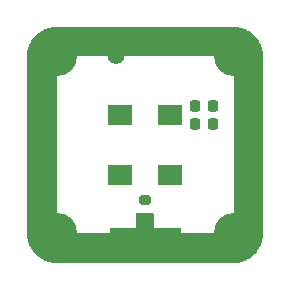
<source format=gbr>
%TF.GenerationSoftware,KiCad,Pcbnew,6.0.9+dfsg-1~bpo11+1*%
%TF.CreationDate,2022-11-28T20:30:37+01:00*%
%TF.ProjectId,018-crystal-oscillator,3031382d-6372-4797-9374-616c2d6f7363,1*%
%TF.SameCoordinates,Original*%
%TF.FileFunction,Soldermask,Top*%
%TF.FilePolarity,Negative*%
%FSLAX46Y46*%
G04 Gerber Fmt 4.6, Leading zero omitted, Abs format (unit mm)*
G04 Created by KiCad (PCBNEW 6.0.9+dfsg-1~bpo11+1) date 2022-11-28 20:30:37*
%MOMM*%
%LPD*%
G01*
G04 APERTURE LIST*
G04 Aperture macros list*
%AMRoundRect*
0 Rectangle with rounded corners*
0 $1 Rounding radius*
0 $2 $3 $4 $5 $6 $7 $8 $9 X,Y pos of 4 corners*
0 Add a 4 corners polygon primitive as box body*
4,1,4,$2,$3,$4,$5,$6,$7,$8,$9,$2,$3,0*
0 Add four circle primitives for the rounded corners*
1,1,$1+$1,$2,$3*
1,1,$1+$1,$4,$5*
1,1,$1+$1,$6,$7*
1,1,$1+$1,$8,$9*
0 Add four rect primitives between the rounded corners*
20,1,$1+$1,$2,$3,$4,$5,0*
20,1,$1+$1,$4,$5,$6,$7,0*
20,1,$1+$1,$6,$7,$8,$9,0*
20,1,$1+$1,$8,$9,$2,$3,0*%
G04 Aperture macros list end*
%ADD10RoundRect,0.200000X-0.275000X0.200000X-0.275000X-0.200000X0.275000X-0.200000X0.275000X0.200000X0*%
%ADD11RoundRect,0.225000X-0.225000X-0.250000X0.225000X-0.250000X0.225000X0.250000X-0.225000X0.250000X0*%
%ADD12R,2.000000X1.800000*%
%ADD13C,3.400000*%
%ADD14C,1.400000*%
G04 APERTURE END LIST*
%TO.C,J1*%
G36*
X163000000Y-95000000D02*
G01*
X157000000Y-95000000D01*
X157000000Y-92000000D01*
X163000000Y-92000000D01*
X163000000Y-95000000D01*
G37*
%TD*%
D10*
%TO.C,R1*%
X159994600Y-89700600D03*
X159994600Y-91350600D03*
%TD*%
D11*
%TO.C,C1*%
X164223400Y-83261200D03*
X165773400Y-83261200D03*
%TD*%
D12*
%TO.C,X1*%
X157900000Y-82460000D03*
X157900000Y-87540000D03*
X162100000Y-87540000D03*
X162100000Y-82460000D03*
%TD*%
D11*
%TO.C,C2*%
X164223400Y-81737200D03*
X165773400Y-81737200D03*
%TD*%
D13*
%TO.C,H1*%
X152500000Y-77500000D03*
%TD*%
%TO.C,H2*%
X152500000Y-92500000D03*
%TD*%
%TO.C,H4*%
X167500000Y-77500000D03*
%TD*%
D14*
%TO.C,J4*%
X157500000Y-77500000D03*
%TD*%
D13*
%TO.C,H3*%
X167500000Y-92500000D03*
%TD*%
G36*
X152442121Y-92266002D02*
G01*
X152488614Y-92319658D01*
X152500000Y-92372000D01*
X152500000Y-92481885D01*
X152504475Y-92497124D01*
X152505865Y-92498329D01*
X152513548Y-92500000D01*
X167481885Y-92500000D01*
X167497124Y-92495525D01*
X167498329Y-92494135D01*
X167500000Y-92486452D01*
X167500000Y-92372000D01*
X167520002Y-92303879D01*
X167573658Y-92257386D01*
X167626000Y-92246000D01*
X169874000Y-92246000D01*
X169942121Y-92266002D01*
X169988614Y-92319658D01*
X170000000Y-92372000D01*
X170000000Y-92495878D01*
X169999730Y-92504119D01*
X169979152Y-92818073D01*
X169977001Y-92834413D01*
X169916426Y-93138950D01*
X169912160Y-93154871D01*
X169812354Y-93448888D01*
X169806047Y-93464114D01*
X169668717Y-93742592D01*
X169660476Y-93756866D01*
X169487973Y-94015034D01*
X169477940Y-94028109D01*
X169273212Y-94261557D01*
X169261557Y-94273212D01*
X169028109Y-94477940D01*
X169015034Y-94487973D01*
X168756866Y-94660476D01*
X168742592Y-94668717D01*
X168464114Y-94806047D01*
X168448888Y-94812354D01*
X168154871Y-94912160D01*
X168138950Y-94916426D01*
X167834413Y-94977001D01*
X167818073Y-94979152D01*
X167504119Y-94999730D01*
X167495878Y-95000000D01*
X152504122Y-95000000D01*
X152495881Y-94999730D01*
X152181927Y-94979152D01*
X152165587Y-94977001D01*
X151861050Y-94916426D01*
X151845129Y-94912160D01*
X151551112Y-94812354D01*
X151535886Y-94806047D01*
X151257408Y-94668717D01*
X151243134Y-94660476D01*
X150984966Y-94487973D01*
X150971891Y-94477940D01*
X150738443Y-94273212D01*
X150726788Y-94261557D01*
X150522060Y-94028109D01*
X150512027Y-94015034D01*
X150339524Y-93756866D01*
X150331283Y-93742592D01*
X150193953Y-93464114D01*
X150187646Y-93448888D01*
X150087840Y-93154871D01*
X150083574Y-93138950D01*
X150022999Y-92834413D01*
X150020848Y-92818073D01*
X150000270Y-92504119D01*
X150000000Y-92495878D01*
X150000000Y-92372000D01*
X150020002Y-92303879D01*
X150073658Y-92257386D01*
X150126000Y-92246000D01*
X152374000Y-92246000D01*
X152442121Y-92266002D01*
G37*
G36*
X167504119Y-75000270D02*
G01*
X167818073Y-75020848D01*
X167834413Y-75022999D01*
X168138950Y-75083574D01*
X168154871Y-75087840D01*
X168448888Y-75187646D01*
X168464114Y-75193953D01*
X168742592Y-75331283D01*
X168756866Y-75339524D01*
X169015034Y-75512027D01*
X169028109Y-75522060D01*
X169261557Y-75726788D01*
X169273212Y-75738443D01*
X169477940Y-75971891D01*
X169487973Y-75984966D01*
X169660476Y-76243134D01*
X169668717Y-76257408D01*
X169806047Y-76535886D01*
X169812354Y-76551112D01*
X169912160Y-76845129D01*
X169916426Y-76861050D01*
X169977001Y-77165587D01*
X169979152Y-77181927D01*
X169999730Y-77495881D01*
X170000000Y-77504122D01*
X170000000Y-77628000D01*
X169979998Y-77696121D01*
X169926342Y-77742614D01*
X169874000Y-77754000D01*
X167626000Y-77754000D01*
X167557879Y-77733998D01*
X167511386Y-77680342D01*
X167500000Y-77628000D01*
X167500000Y-77518115D01*
X167495525Y-77502876D01*
X167494135Y-77501671D01*
X167486452Y-77500000D01*
X152518115Y-77500000D01*
X152502876Y-77504475D01*
X152501671Y-77505865D01*
X152500000Y-77513548D01*
X152500000Y-77628000D01*
X152479998Y-77696121D01*
X152426342Y-77742614D01*
X152374000Y-77754000D01*
X150126000Y-77754000D01*
X150057879Y-77733998D01*
X150011386Y-77680342D01*
X150000000Y-77628000D01*
X150000000Y-77504122D01*
X150000270Y-77495881D01*
X150020848Y-77181927D01*
X150022999Y-77165587D01*
X150083574Y-76861050D01*
X150087840Y-76845129D01*
X150187646Y-76551112D01*
X150193953Y-76535886D01*
X150331283Y-76257408D01*
X150339524Y-76243134D01*
X150512027Y-75984966D01*
X150522060Y-75971891D01*
X150726788Y-75738443D01*
X150738443Y-75726788D01*
X150971891Y-75522060D01*
X150984966Y-75512027D01*
X151243134Y-75339524D01*
X151257408Y-75331283D01*
X151535886Y-75193953D01*
X151551112Y-75187646D01*
X151845129Y-75087840D01*
X151861050Y-75083574D01*
X152165587Y-75022999D01*
X152181927Y-75020848D01*
X152495881Y-75000270D01*
X152504122Y-75000000D01*
X167495878Y-75000000D01*
X167504119Y-75000270D01*
G37*
G36*
X167504119Y-75000270D02*
G01*
X167818073Y-75020848D01*
X167834413Y-75022999D01*
X168138950Y-75083574D01*
X168154871Y-75087840D01*
X168448888Y-75187646D01*
X168464114Y-75193953D01*
X168742592Y-75331283D01*
X168756866Y-75339524D01*
X169015034Y-75512027D01*
X169028109Y-75522060D01*
X169261557Y-75726788D01*
X169273212Y-75738443D01*
X169477940Y-75971891D01*
X169487973Y-75984966D01*
X169660476Y-76243134D01*
X169668717Y-76257408D01*
X169806047Y-76535886D01*
X169812354Y-76551112D01*
X169912160Y-76845129D01*
X169916426Y-76861050D01*
X169977001Y-77165587D01*
X169979152Y-77181927D01*
X169999730Y-77495881D01*
X170000000Y-77504122D01*
X170000000Y-92495878D01*
X169999730Y-92504119D01*
X169979152Y-92818073D01*
X169977001Y-92834413D01*
X169916426Y-93138950D01*
X169912160Y-93154871D01*
X169812354Y-93448888D01*
X169806047Y-93464114D01*
X169668717Y-93742592D01*
X169660476Y-93756866D01*
X169487973Y-94015034D01*
X169477940Y-94028109D01*
X169273212Y-94261557D01*
X169261557Y-94273212D01*
X169028109Y-94477940D01*
X169015034Y-94487973D01*
X168756866Y-94660476D01*
X168742592Y-94668717D01*
X168464114Y-94806047D01*
X168448888Y-94812354D01*
X168154871Y-94912160D01*
X168138950Y-94916426D01*
X167834413Y-94977001D01*
X167818073Y-94979152D01*
X167504119Y-94999730D01*
X167495878Y-95000000D01*
X167372000Y-95000000D01*
X167303879Y-94979998D01*
X167257386Y-94926342D01*
X167246000Y-94874000D01*
X167246000Y-92626000D01*
X167266002Y-92557879D01*
X167319658Y-92511386D01*
X167372000Y-92500000D01*
X167481885Y-92500000D01*
X167497124Y-92495525D01*
X167498329Y-92494135D01*
X167500000Y-92486452D01*
X167500000Y-77518115D01*
X167495525Y-77502876D01*
X167494135Y-77501671D01*
X167486452Y-77500000D01*
X167372000Y-77500000D01*
X167303879Y-77479998D01*
X167257386Y-77426342D01*
X167246000Y-77374000D01*
X167246000Y-75126000D01*
X167266002Y-75057879D01*
X167319658Y-75011386D01*
X167372000Y-75000000D01*
X167495878Y-75000000D01*
X167504119Y-75000270D01*
G37*
G36*
X152696121Y-75020002D02*
G01*
X152742614Y-75073658D01*
X152754000Y-75126000D01*
X152754000Y-77374000D01*
X152733998Y-77442121D01*
X152680342Y-77488614D01*
X152628000Y-77500000D01*
X152518115Y-77500000D01*
X152502876Y-77504475D01*
X152501671Y-77505865D01*
X152500000Y-77513548D01*
X152500000Y-92481885D01*
X152504475Y-92497124D01*
X152505865Y-92498329D01*
X152513548Y-92500000D01*
X152628000Y-92500000D01*
X152696121Y-92520002D01*
X152742614Y-92573658D01*
X152754000Y-92626000D01*
X152754000Y-94874000D01*
X152733998Y-94942121D01*
X152680342Y-94988614D01*
X152628000Y-95000000D01*
X152504122Y-95000000D01*
X152495881Y-94999730D01*
X152181927Y-94979152D01*
X152165587Y-94977001D01*
X151861050Y-94916426D01*
X151845129Y-94912160D01*
X151551112Y-94812354D01*
X151535886Y-94806047D01*
X151257408Y-94668717D01*
X151243134Y-94660476D01*
X150984966Y-94487973D01*
X150971891Y-94477940D01*
X150738443Y-94273212D01*
X150726788Y-94261557D01*
X150522060Y-94028109D01*
X150512027Y-94015034D01*
X150339524Y-93756866D01*
X150331283Y-93742592D01*
X150193953Y-93464114D01*
X150187646Y-93448888D01*
X150087840Y-93154871D01*
X150083574Y-93138950D01*
X150022999Y-92834413D01*
X150020848Y-92818073D01*
X150000270Y-92504119D01*
X150000000Y-92495878D01*
X150000000Y-77504122D01*
X150000270Y-77495881D01*
X150020848Y-77181927D01*
X150022999Y-77165587D01*
X150083574Y-76861050D01*
X150087840Y-76845129D01*
X150187646Y-76551112D01*
X150193953Y-76535886D01*
X150331283Y-76257408D01*
X150339524Y-76243134D01*
X150512027Y-75984966D01*
X150522060Y-75971891D01*
X150726788Y-75738443D01*
X150738443Y-75726788D01*
X150971891Y-75522060D01*
X150984966Y-75512027D01*
X151243134Y-75339524D01*
X151257408Y-75331283D01*
X151535886Y-75193953D01*
X151551112Y-75187646D01*
X151845129Y-75087840D01*
X151861050Y-75083574D01*
X152165587Y-75022999D01*
X152181927Y-75020848D01*
X152495881Y-75000270D01*
X152504122Y-75000000D01*
X152628000Y-75000000D01*
X152696121Y-75020002D01*
G37*
G36*
X160692121Y-90763202D02*
G01*
X160738614Y-90816858D01*
X160750000Y-90869200D01*
X160750000Y-92124000D01*
X160729998Y-92192121D01*
X160676342Y-92238614D01*
X160624000Y-92250000D01*
X159376000Y-92250000D01*
X159307879Y-92229998D01*
X159261386Y-92176342D01*
X159250000Y-92124000D01*
X159250000Y-90869200D01*
X159270002Y-90801079D01*
X159323658Y-90754586D01*
X159376000Y-90743200D01*
X160624000Y-90743200D01*
X160692121Y-90763202D01*
G37*
M02*

</source>
